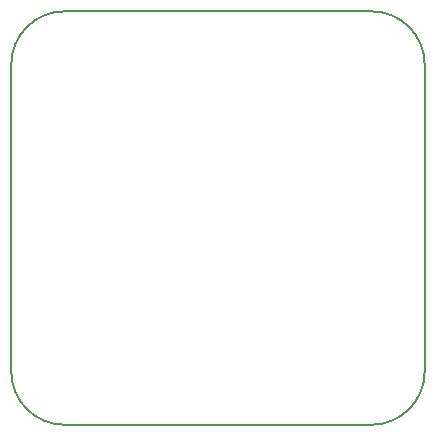
<source format=gbr>
%TF.GenerationSoftware,KiCad,Pcbnew,7.0.8*%
%TF.CreationDate,2023-11-08T18:05:15-05:00*%
%TF.ProjectId,lemon-pepper,6c656d6f-6e2d-4706-9570-7065722e6b69,rev?*%
%TF.SameCoordinates,PX8b85c60PY52f2218*%
%TF.FileFunction,Profile,NP*%
%FSLAX46Y46*%
G04 Gerber Fmt 4.6, Leading zero omitted, Abs format (unit mm)*
G04 Created by KiCad (PCBNEW 7.0.8) date 2023-11-08 18:05:15*
%MOMM*%
%LPD*%
G01*
G04 APERTURE LIST*
%TA.AperFunction,Profile*%
%ADD10C,0.150000*%
%TD*%
G04 APERTURE END LIST*
D10*
%TO.C,H101*%
X13000000Y-17500000D02*
X-13000000Y-17500000D01*
X-17500000Y-13000000D02*
X-17500000Y13000000D01*
X17500000Y13000000D02*
X17500000Y-13000000D01*
X-13000000Y17500000D02*
X13000000Y17500000D01*
X-17500000Y-13000000D02*
G75*
G03*
X-13000000Y-17500000I4499998J-2D01*
G01*
X13000000Y-17500000D02*
G75*
G03*
X17500000Y-13000000I2J4499998D01*
G01*
X-13000000Y17500000D02*
G75*
G03*
X-17500000Y13000000I0J-4500000D01*
G01*
X17500000Y13000000D02*
G75*
G03*
X13000000Y17500000I-4500000J0D01*
G01*
%TD*%
M02*

</source>
